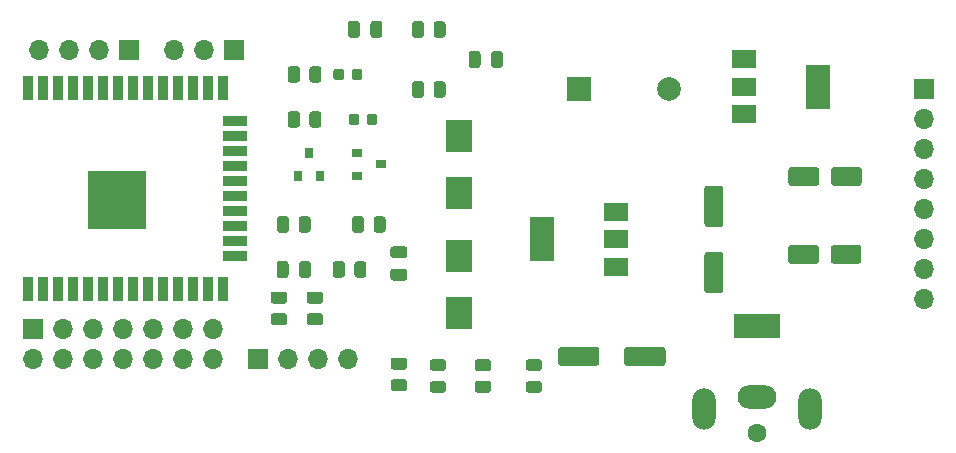
<source format=gbr>
%TF.GenerationSoftware,KiCad,Pcbnew,(5.1.9)-1*%
%TF.CreationDate,2021-07-08T11:56:06-05:00*%
%TF.ProjectId,prueba,70727565-6261-42e6-9b69-6361645f7063,rev?*%
%TF.SameCoordinates,Original*%
%TF.FileFunction,Soldermask,Top*%
%TF.FilePolarity,Negative*%
%FSLAX46Y46*%
G04 Gerber Fmt 4.6, Leading zero omitted, Abs format (unit mm)*
G04 Created by KiCad (PCBNEW (5.1.9)-1) date 2021-07-08 11:56:06*
%MOMM*%
%LPD*%
G01*
G04 APERTURE LIST*
%ADD10R,2.000000X2.000000*%
%ADD11C,2.000000*%
%ADD12O,1.700000X1.700000*%
%ADD13R,1.700000X1.700000*%
%ADD14C,1.600000*%
%ADD15O,2.000000X3.500000*%
%ADD16O,3.300000X2.000000*%
%ADD17R,4.000000X2.000000*%
%ADD18R,2.000000X3.800000*%
%ADD19R,2.000000X1.500000*%
%ADD20R,5.000000X5.000000*%
%ADD21R,0.900000X2.000000*%
%ADD22R,2.000000X0.900000*%
%ADD23R,2.200000X2.800000*%
%ADD24R,0.900000X0.800000*%
%ADD25R,0.800000X0.900000*%
G04 APERTURE END LIST*
D10*
%TO.C,BZ1*%
X88900000Y-92710000D03*
D11*
X96500000Y-92710000D03*
%TD*%
D12*
%TO.C,J3*%
X54610000Y-89408000D03*
X57150000Y-89408000D03*
D13*
X59690000Y-89408000D03*
%TD*%
D12*
%TO.C,J5*%
X43180000Y-89408000D03*
X45720000Y-89408000D03*
X48260000Y-89408000D03*
D13*
X50800000Y-89408000D03*
%TD*%
D12*
%TO.C,J2*%
X69342000Y-115570000D03*
X66802000Y-115570000D03*
X64262000Y-115570000D03*
D13*
X61722000Y-115570000D03*
%TD*%
D12*
%TO.C,J4*%
X57912000Y-115570000D03*
X57912000Y-113030000D03*
X55372000Y-115570000D03*
X55372000Y-113030000D03*
X52832000Y-115570000D03*
X52832000Y-113030000D03*
X50292000Y-115570000D03*
X50292000Y-113030000D03*
X47752000Y-115570000D03*
X47752000Y-113030000D03*
X45212000Y-115570000D03*
X45212000Y-113030000D03*
X42672000Y-115570000D03*
D13*
X42672000Y-113030000D03*
%TD*%
D14*
%TO.C,J6*%
X104013000Y-121776000D03*
D15*
X108513000Y-119776000D03*
X99513000Y-119776000D03*
D16*
X104013000Y-118776000D03*
D17*
X104013000Y-112776000D03*
%TD*%
D18*
%TO.C,U2*%
X109170000Y-92470000D03*
D19*
X102870000Y-92470000D03*
X102870000Y-94770000D03*
X102870000Y-90170000D03*
%TD*%
D20*
%TO.C,U3*%
X49775000Y-102085000D03*
D21*
X42275000Y-109585000D03*
X43545000Y-109585000D03*
X44815000Y-109585000D03*
X46085000Y-109585000D03*
X47355000Y-109585000D03*
X48625000Y-109585000D03*
X49895000Y-109585000D03*
X51165000Y-109585000D03*
X52435000Y-109585000D03*
X53705000Y-109585000D03*
X54975000Y-109585000D03*
X56245000Y-109585000D03*
X57515000Y-109585000D03*
X58785000Y-109585000D03*
D22*
X59785000Y-106800000D03*
X59785000Y-105530000D03*
X59785000Y-104260000D03*
X59785000Y-102990000D03*
X59785000Y-101720000D03*
X59785000Y-100450000D03*
X59785000Y-99180000D03*
X59785000Y-97910000D03*
X59785000Y-96640000D03*
X59785000Y-95370000D03*
D21*
X58785000Y-92585000D03*
X57515000Y-92585000D03*
X56245000Y-92585000D03*
X54975000Y-92585000D03*
X53705000Y-92585000D03*
X52435000Y-92585000D03*
X51165000Y-92585000D03*
X49895000Y-92585000D03*
X48625000Y-92585000D03*
X47355000Y-92585000D03*
X46085000Y-92585000D03*
X44815000Y-92585000D03*
X43545000Y-92585000D03*
X42275000Y-92585000D03*
%TD*%
%TO.C,R7*%
G36*
G01*
X66082500Y-95700002D02*
X66082500Y-94799998D01*
G75*
G02*
X66332498Y-94550000I249998J0D01*
G01*
X66857502Y-94550000D01*
G75*
G02*
X67107500Y-94799998I0J-249998D01*
G01*
X67107500Y-95700002D01*
G75*
G02*
X66857502Y-95950000I-249998J0D01*
G01*
X66332498Y-95950000D01*
G75*
G02*
X66082500Y-95700002I0J249998D01*
G01*
G37*
G36*
G01*
X64257500Y-95700002D02*
X64257500Y-94799998D01*
G75*
G02*
X64507498Y-94550000I249998J0D01*
G01*
X65032502Y-94550000D01*
G75*
G02*
X65282500Y-94799998I0J-249998D01*
G01*
X65282500Y-95700002D01*
G75*
G02*
X65032502Y-95950000I-249998J0D01*
G01*
X64507498Y-95950000D01*
G75*
G02*
X64257500Y-95700002I0J249998D01*
G01*
G37*
%TD*%
%TO.C,R6*%
G36*
G01*
X66082500Y-91890002D02*
X66082500Y-90989998D01*
G75*
G02*
X66332498Y-90740000I249998J0D01*
G01*
X66857502Y-90740000D01*
G75*
G02*
X67107500Y-90989998I0J-249998D01*
G01*
X67107500Y-91890002D01*
G75*
G02*
X66857502Y-92140000I-249998J0D01*
G01*
X66332498Y-92140000D01*
G75*
G02*
X66082500Y-91890002I0J249998D01*
G01*
G37*
G36*
G01*
X64257500Y-91890002D02*
X64257500Y-90989998D01*
G75*
G02*
X64507498Y-90740000I249998J0D01*
G01*
X65032502Y-90740000D01*
G75*
G02*
X65282500Y-90989998I0J-249998D01*
G01*
X65282500Y-91890002D01*
G75*
G02*
X65032502Y-92140000I-249998J0D01*
G01*
X64507498Y-92140000D01*
G75*
G02*
X64257500Y-91890002I0J249998D01*
G01*
G37*
%TD*%
%TO.C,R2*%
G36*
G01*
X65170000Y-104590002D02*
X65170000Y-103689998D01*
G75*
G02*
X65419998Y-103440000I249998J0D01*
G01*
X65945002Y-103440000D01*
G75*
G02*
X66195000Y-103689998I0J-249998D01*
G01*
X66195000Y-104590002D01*
G75*
G02*
X65945002Y-104840000I-249998J0D01*
G01*
X65419998Y-104840000D01*
G75*
G02*
X65170000Y-104590002I0J249998D01*
G01*
G37*
G36*
G01*
X63345000Y-104590002D02*
X63345000Y-103689998D01*
G75*
G02*
X63594998Y-103440000I249998J0D01*
G01*
X64120002Y-103440000D01*
G75*
G02*
X64370000Y-103689998I0J-249998D01*
G01*
X64370000Y-104590002D01*
G75*
G02*
X64120002Y-104840000I-249998J0D01*
G01*
X63594998Y-104840000D01*
G75*
G02*
X63345000Y-104590002I0J249998D01*
G01*
G37*
%TD*%
D12*
%TO.C,J1*%
X118110000Y-110490000D03*
X118110000Y-107950000D03*
X118110000Y-105410000D03*
X118110000Y-102870000D03*
X118110000Y-100330000D03*
X118110000Y-97790000D03*
X118110000Y-95250000D03*
D13*
X118110000Y-92710000D03*
%TD*%
%TO.C,Led2*%
G36*
G01*
X85546250Y-118392000D02*
X84633750Y-118392000D01*
G75*
G02*
X84390000Y-118148250I0J243750D01*
G01*
X84390000Y-117660750D01*
G75*
G02*
X84633750Y-117417000I243750J0D01*
G01*
X85546250Y-117417000D01*
G75*
G02*
X85790000Y-117660750I0J-243750D01*
G01*
X85790000Y-118148250D01*
G75*
G02*
X85546250Y-118392000I-243750J0D01*
G01*
G37*
G36*
G01*
X85546250Y-116517000D02*
X84633750Y-116517000D01*
G75*
G02*
X84390000Y-116273250I0J243750D01*
G01*
X84390000Y-115785750D01*
G75*
G02*
X84633750Y-115542000I243750J0D01*
G01*
X85546250Y-115542000D01*
G75*
G02*
X85790000Y-115785750I0J-243750D01*
G01*
X85790000Y-116273250D01*
G75*
G02*
X85546250Y-116517000I-243750J0D01*
G01*
G37*
%TD*%
%TO.C,C1*%
G36*
G01*
X72250000Y-87155000D02*
X72250000Y-88105000D01*
G75*
G02*
X72000000Y-88355000I-250000J0D01*
G01*
X71500000Y-88355000D01*
G75*
G02*
X71250000Y-88105000I0J250000D01*
G01*
X71250000Y-87155000D01*
G75*
G02*
X71500000Y-86905000I250000J0D01*
G01*
X72000000Y-86905000D01*
G75*
G02*
X72250000Y-87155000I0J-250000D01*
G01*
G37*
G36*
G01*
X70350000Y-87155000D02*
X70350000Y-88105000D01*
G75*
G02*
X70100000Y-88355000I-250000J0D01*
G01*
X69600000Y-88355000D01*
G75*
G02*
X69350000Y-88105000I0J250000D01*
G01*
X69350000Y-87155000D01*
G75*
G02*
X69600000Y-86905000I250000J0D01*
G01*
X70100000Y-86905000D01*
G75*
G02*
X70350000Y-87155000I0J-250000D01*
G01*
G37*
%TD*%
%TO.C,C2*%
G36*
G01*
X70567000Y-91190000D02*
X70567000Y-91690000D01*
G75*
G02*
X70342000Y-91915000I-225000J0D01*
G01*
X69892000Y-91915000D01*
G75*
G02*
X69667000Y-91690000I0J225000D01*
G01*
X69667000Y-91190000D01*
G75*
G02*
X69892000Y-90965000I225000J0D01*
G01*
X70342000Y-90965000D01*
G75*
G02*
X70567000Y-91190000I0J-225000D01*
G01*
G37*
G36*
G01*
X69017000Y-91190000D02*
X69017000Y-91690000D01*
G75*
G02*
X68792000Y-91915000I-225000J0D01*
G01*
X68342000Y-91915000D01*
G75*
G02*
X68117000Y-91690000I0J225000D01*
G01*
X68117000Y-91190000D01*
G75*
G02*
X68342000Y-90965000I225000J0D01*
G01*
X68792000Y-90965000D01*
G75*
G02*
X69017000Y-91190000I0J-225000D01*
G01*
G37*
%TD*%
%TO.C,C3*%
G36*
G01*
X65220000Y-108425000D02*
X65220000Y-107475000D01*
G75*
G02*
X65470000Y-107225000I250000J0D01*
G01*
X65970000Y-107225000D01*
G75*
G02*
X66220000Y-107475000I0J-250000D01*
G01*
X66220000Y-108425000D01*
G75*
G02*
X65970000Y-108675000I-250000J0D01*
G01*
X65470000Y-108675000D01*
G75*
G02*
X65220000Y-108425000I0J250000D01*
G01*
G37*
G36*
G01*
X63320000Y-108425000D02*
X63320000Y-107475000D01*
G75*
G02*
X63570000Y-107225000I250000J0D01*
G01*
X64070000Y-107225000D01*
G75*
G02*
X64320000Y-107475000I0J-250000D01*
G01*
X64320000Y-108425000D01*
G75*
G02*
X64070000Y-108675000I-250000J0D01*
G01*
X63570000Y-108675000D01*
G75*
G02*
X63320000Y-108425000I0J250000D01*
G01*
G37*
%TD*%
%TO.C,C4*%
G36*
G01*
X73185000Y-105992000D02*
X74135000Y-105992000D01*
G75*
G02*
X74385000Y-106242000I0J-250000D01*
G01*
X74385000Y-106742000D01*
G75*
G02*
X74135000Y-106992000I-250000J0D01*
G01*
X73185000Y-106992000D01*
G75*
G02*
X72935000Y-106742000I0J250000D01*
G01*
X72935000Y-106242000D01*
G75*
G02*
X73185000Y-105992000I250000J0D01*
G01*
G37*
G36*
G01*
X73185000Y-107892000D02*
X74135000Y-107892000D01*
G75*
G02*
X74385000Y-108142000I0J-250000D01*
G01*
X74385000Y-108642000D01*
G75*
G02*
X74135000Y-108892000I-250000J0D01*
G01*
X73185000Y-108892000D01*
G75*
G02*
X72935000Y-108642000I0J250000D01*
G01*
X72935000Y-108142000D01*
G75*
G02*
X73185000Y-107892000I250000J0D01*
G01*
G37*
%TD*%
%TO.C,C5*%
G36*
G01*
X70300000Y-95000000D02*
X70300000Y-95500000D01*
G75*
G02*
X70075000Y-95725000I-225000J0D01*
G01*
X69625000Y-95725000D01*
G75*
G02*
X69400000Y-95500000I0J225000D01*
G01*
X69400000Y-95000000D01*
G75*
G02*
X69625000Y-94775000I225000J0D01*
G01*
X70075000Y-94775000D01*
G75*
G02*
X70300000Y-95000000I0J-225000D01*
G01*
G37*
G36*
G01*
X71850000Y-95000000D02*
X71850000Y-95500000D01*
G75*
G02*
X71625000Y-95725000I-225000J0D01*
G01*
X71175000Y-95725000D01*
G75*
G02*
X70950000Y-95500000I0J225000D01*
G01*
X70950000Y-95000000D01*
G75*
G02*
X71175000Y-94775000I225000J0D01*
G01*
X71625000Y-94775000D01*
G75*
G02*
X71850000Y-95000000I0J-225000D01*
G01*
G37*
%TD*%
%TO.C,C6*%
G36*
G01*
X80576000Y-89695000D02*
X80576000Y-90645000D01*
G75*
G02*
X80326000Y-90895000I-250000J0D01*
G01*
X79826000Y-90895000D01*
G75*
G02*
X79576000Y-90645000I0J250000D01*
G01*
X79576000Y-89695000D01*
G75*
G02*
X79826000Y-89445000I250000J0D01*
G01*
X80326000Y-89445000D01*
G75*
G02*
X80576000Y-89695000I0J-250000D01*
G01*
G37*
G36*
G01*
X82476000Y-89695000D02*
X82476000Y-90645000D01*
G75*
G02*
X82226000Y-90895000I-250000J0D01*
G01*
X81726000Y-90895000D01*
G75*
G02*
X81476000Y-90645000I0J250000D01*
G01*
X81476000Y-89695000D01*
G75*
G02*
X81726000Y-89445000I250000J0D01*
G01*
X82226000Y-89445000D01*
G75*
G02*
X82476000Y-89695000I0J-250000D01*
G01*
G37*
%TD*%
%TO.C,Cin1*%
G36*
G01*
X110250000Y-100626000D02*
X110250000Y-99526000D01*
G75*
G02*
X110500000Y-99276000I250000J0D01*
G01*
X112600000Y-99276000D01*
G75*
G02*
X112850000Y-99526000I0J-250000D01*
G01*
X112850000Y-100626000D01*
G75*
G02*
X112600000Y-100876000I-250000J0D01*
G01*
X110500000Y-100876000D01*
G75*
G02*
X110250000Y-100626000I0J250000D01*
G01*
G37*
G36*
G01*
X106650000Y-100626000D02*
X106650000Y-99526000D01*
G75*
G02*
X106900000Y-99276000I250000J0D01*
G01*
X109000000Y-99276000D01*
G75*
G02*
X109250000Y-99526000I0J-250000D01*
G01*
X109250000Y-100626000D01*
G75*
G02*
X109000000Y-100876000I-250000J0D01*
G01*
X106900000Y-100876000D01*
G75*
G02*
X106650000Y-100626000I0J250000D01*
G01*
G37*
%TD*%
%TO.C,Cin2*%
G36*
G01*
X106628000Y-107230000D02*
X106628000Y-106130000D01*
G75*
G02*
X106878000Y-105880000I250000J0D01*
G01*
X108978000Y-105880000D01*
G75*
G02*
X109228000Y-106130000I0J-250000D01*
G01*
X109228000Y-107230000D01*
G75*
G02*
X108978000Y-107480000I-250000J0D01*
G01*
X106878000Y-107480000D01*
G75*
G02*
X106628000Y-107230000I0J250000D01*
G01*
G37*
G36*
G01*
X110228000Y-107230000D02*
X110228000Y-106130000D01*
G75*
G02*
X110478000Y-105880000I250000J0D01*
G01*
X112578000Y-105880000D01*
G75*
G02*
X112828000Y-106130000I0J-250000D01*
G01*
X112828000Y-107230000D01*
G75*
G02*
X112578000Y-107480000I-250000J0D01*
G01*
X110478000Y-107480000D01*
G75*
G02*
X110228000Y-107230000I0J250000D01*
G01*
G37*
%TD*%
%TO.C,Cout1*%
G36*
G01*
X99780000Y-106460000D02*
X100880000Y-106460000D01*
G75*
G02*
X101130000Y-106710000I0J-250000D01*
G01*
X101130000Y-109710000D01*
G75*
G02*
X100880000Y-109960000I-250000J0D01*
G01*
X99780000Y-109960000D01*
G75*
G02*
X99530000Y-109710000I0J250000D01*
G01*
X99530000Y-106710000D01*
G75*
G02*
X99780000Y-106460000I250000J0D01*
G01*
G37*
G36*
G01*
X99780000Y-100860000D02*
X100880000Y-100860000D01*
G75*
G02*
X101130000Y-101110000I0J-250000D01*
G01*
X101130000Y-104110000D01*
G75*
G02*
X100880000Y-104360000I-250000J0D01*
G01*
X99780000Y-104360000D01*
G75*
G02*
X99530000Y-104110000I0J250000D01*
G01*
X99530000Y-101110000D01*
G75*
G02*
X99780000Y-100860000I250000J0D01*
G01*
G37*
%TD*%
%TO.C,Cout2*%
G36*
G01*
X96244000Y-114766000D02*
X96244000Y-115866000D01*
G75*
G02*
X95994000Y-116116000I-250000J0D01*
G01*
X92994000Y-116116000D01*
G75*
G02*
X92744000Y-115866000I0J250000D01*
G01*
X92744000Y-114766000D01*
G75*
G02*
X92994000Y-114516000I250000J0D01*
G01*
X95994000Y-114516000D01*
G75*
G02*
X96244000Y-114766000I0J-250000D01*
G01*
G37*
G36*
G01*
X90644000Y-114766000D02*
X90644000Y-115866000D01*
G75*
G02*
X90394000Y-116116000I-250000J0D01*
G01*
X87394000Y-116116000D01*
G75*
G02*
X87144000Y-115866000I0J250000D01*
G01*
X87144000Y-114766000D01*
G75*
G02*
X87394000Y-114516000I250000J0D01*
G01*
X90394000Y-114516000D01*
G75*
G02*
X90644000Y-114766000I0J-250000D01*
G01*
G37*
%TD*%
D23*
%TO.C,ENesp1*%
X78740000Y-106820000D03*
X78740000Y-111620000D03*
%TD*%
%TO.C,Led1*%
G36*
G01*
X76505750Y-117417000D02*
X77418250Y-117417000D01*
G75*
G02*
X77662000Y-117660750I0J-243750D01*
G01*
X77662000Y-118148250D01*
G75*
G02*
X77418250Y-118392000I-243750J0D01*
G01*
X76505750Y-118392000D01*
G75*
G02*
X76262000Y-118148250I0J243750D01*
G01*
X76262000Y-117660750D01*
G75*
G02*
X76505750Y-117417000I243750J0D01*
G01*
G37*
G36*
G01*
X76505750Y-115542000D02*
X77418250Y-115542000D01*
G75*
G02*
X77662000Y-115785750I0J-243750D01*
G01*
X77662000Y-116273250D01*
G75*
G02*
X77418250Y-116517000I-243750J0D01*
G01*
X76505750Y-116517000D01*
G75*
G02*
X76262000Y-116273250I0J243750D01*
G01*
X76262000Y-115785750D01*
G75*
G02*
X76505750Y-115542000I243750J0D01*
G01*
G37*
%TD*%
D24*
%TO.C,Q1*%
X72120000Y-99060000D03*
X70120000Y-100010000D03*
X70120000Y-98110000D03*
%TD*%
D25*
%TO.C,Q2*%
X65090000Y-100060000D03*
X66990000Y-100060000D03*
X66040000Y-98060000D03*
%TD*%
%TO.C,R1*%
G36*
G01*
X69892500Y-108400002D02*
X69892500Y-107499998D01*
G75*
G02*
X70142498Y-107250000I249998J0D01*
G01*
X70667502Y-107250000D01*
G75*
G02*
X70917500Y-107499998I0J-249998D01*
G01*
X70917500Y-108400002D01*
G75*
G02*
X70667502Y-108650000I-249998J0D01*
G01*
X70142498Y-108650000D01*
G75*
G02*
X69892500Y-108400002I0J249998D01*
G01*
G37*
G36*
G01*
X68067500Y-108400002D02*
X68067500Y-107499998D01*
G75*
G02*
X68317498Y-107250000I249998J0D01*
G01*
X68842502Y-107250000D01*
G75*
G02*
X69092500Y-107499998I0J-249998D01*
G01*
X69092500Y-108400002D01*
G75*
G02*
X68842502Y-108650000I-249998J0D01*
G01*
X68317498Y-108650000D01*
G75*
G02*
X68067500Y-108400002I0J249998D01*
G01*
G37*
%TD*%
%TO.C,R3*%
G36*
G01*
X75800000Y-87179998D02*
X75800000Y-88080002D01*
G75*
G02*
X75550002Y-88330000I-249998J0D01*
G01*
X75024998Y-88330000D01*
G75*
G02*
X74775000Y-88080002I0J249998D01*
G01*
X74775000Y-87179998D01*
G75*
G02*
X75024998Y-86930000I249998J0D01*
G01*
X75550002Y-86930000D01*
G75*
G02*
X75800000Y-87179998I0J-249998D01*
G01*
G37*
G36*
G01*
X77625000Y-87179998D02*
X77625000Y-88080002D01*
G75*
G02*
X77375002Y-88330000I-249998J0D01*
G01*
X76849998Y-88330000D01*
G75*
G02*
X76600000Y-88080002I0J249998D01*
G01*
X76600000Y-87179998D01*
G75*
G02*
X76849998Y-86930000I249998J0D01*
G01*
X77375002Y-86930000D01*
G75*
G02*
X77625000Y-87179998I0J-249998D01*
G01*
G37*
%TD*%
%TO.C,R4*%
G36*
G01*
X74775000Y-93160002D02*
X74775000Y-92259998D01*
G75*
G02*
X75024998Y-92010000I249998J0D01*
G01*
X75550002Y-92010000D01*
G75*
G02*
X75800000Y-92259998I0J-249998D01*
G01*
X75800000Y-93160002D01*
G75*
G02*
X75550002Y-93410000I-249998J0D01*
G01*
X75024998Y-93410000D01*
G75*
G02*
X74775000Y-93160002I0J249998D01*
G01*
G37*
G36*
G01*
X76600000Y-93160002D02*
X76600000Y-92259998D01*
G75*
G02*
X76849998Y-92010000I249998J0D01*
G01*
X77375002Y-92010000D01*
G75*
G02*
X77625000Y-92259998I0J-249998D01*
G01*
X77625000Y-93160002D01*
G75*
G02*
X77375002Y-93410000I-249998J0D01*
G01*
X76849998Y-93410000D01*
G75*
G02*
X76600000Y-93160002I0J249998D01*
G01*
G37*
%TD*%
%TO.C,R5*%
G36*
G01*
X69695000Y-104590002D02*
X69695000Y-103689998D01*
G75*
G02*
X69944998Y-103440000I249998J0D01*
G01*
X70470002Y-103440000D01*
G75*
G02*
X70720000Y-103689998I0J-249998D01*
G01*
X70720000Y-104590002D01*
G75*
G02*
X70470002Y-104840000I-249998J0D01*
G01*
X69944998Y-104840000D01*
G75*
G02*
X69695000Y-104590002I0J249998D01*
G01*
G37*
G36*
G01*
X71520000Y-104590002D02*
X71520000Y-103689998D01*
G75*
G02*
X71769998Y-103440000I249998J0D01*
G01*
X72295002Y-103440000D01*
G75*
G02*
X72545000Y-103689998I0J-249998D01*
G01*
X72545000Y-104590002D01*
G75*
G02*
X72295002Y-104840000I-249998J0D01*
G01*
X71769998Y-104840000D01*
G75*
G02*
X71520000Y-104590002I0J249998D01*
G01*
G37*
%TD*%
%TO.C,R8*%
G36*
G01*
X80321998Y-117367000D02*
X81222002Y-117367000D01*
G75*
G02*
X81472000Y-117616998I0J-249998D01*
G01*
X81472000Y-118142002D01*
G75*
G02*
X81222002Y-118392000I-249998J0D01*
G01*
X80321998Y-118392000D01*
G75*
G02*
X80072000Y-118142002I0J249998D01*
G01*
X80072000Y-117616998D01*
G75*
G02*
X80321998Y-117367000I249998J0D01*
G01*
G37*
G36*
G01*
X80321998Y-115542000D02*
X81222002Y-115542000D01*
G75*
G02*
X81472000Y-115791998I0J-249998D01*
G01*
X81472000Y-116317002D01*
G75*
G02*
X81222002Y-116567000I-249998J0D01*
G01*
X80321998Y-116567000D01*
G75*
G02*
X80072000Y-116317002I0J249998D01*
G01*
X80072000Y-115791998D01*
G75*
G02*
X80321998Y-115542000I249998J0D01*
G01*
G37*
%TD*%
%TO.C,R9*%
G36*
G01*
X74110002Y-118265000D02*
X73209998Y-118265000D01*
G75*
G02*
X72960000Y-118015002I0J249998D01*
G01*
X72960000Y-117489998D01*
G75*
G02*
X73209998Y-117240000I249998J0D01*
G01*
X74110002Y-117240000D01*
G75*
G02*
X74360000Y-117489998I0J-249998D01*
G01*
X74360000Y-118015002D01*
G75*
G02*
X74110002Y-118265000I-249998J0D01*
G01*
G37*
G36*
G01*
X74110002Y-116440000D02*
X73209998Y-116440000D01*
G75*
G02*
X72960000Y-116190002I0J249998D01*
G01*
X72960000Y-115664998D01*
G75*
G02*
X73209998Y-115415000I249998J0D01*
G01*
X74110002Y-115415000D01*
G75*
G02*
X74360000Y-115664998I0J-249998D01*
G01*
X74360000Y-116190002D01*
G75*
G02*
X74110002Y-116440000I-249998J0D01*
G01*
G37*
%TD*%
%TO.C,R10*%
G36*
G01*
X63049998Y-109827000D02*
X63950002Y-109827000D01*
G75*
G02*
X64200000Y-110076998I0J-249998D01*
G01*
X64200000Y-110602002D01*
G75*
G02*
X63950002Y-110852000I-249998J0D01*
G01*
X63049998Y-110852000D01*
G75*
G02*
X62800000Y-110602002I0J249998D01*
G01*
X62800000Y-110076998D01*
G75*
G02*
X63049998Y-109827000I249998J0D01*
G01*
G37*
G36*
G01*
X63049998Y-111652000D02*
X63950002Y-111652000D01*
G75*
G02*
X64200000Y-111901998I0J-249998D01*
G01*
X64200000Y-112427002D01*
G75*
G02*
X63950002Y-112677000I-249998J0D01*
G01*
X63049998Y-112677000D01*
G75*
G02*
X62800000Y-112427002I0J249998D01*
G01*
X62800000Y-111901998D01*
G75*
G02*
X63049998Y-111652000I249998J0D01*
G01*
G37*
%TD*%
%TO.C,R11*%
G36*
G01*
X66998002Y-110852000D02*
X66097998Y-110852000D01*
G75*
G02*
X65848000Y-110602002I0J249998D01*
G01*
X65848000Y-110076998D01*
G75*
G02*
X66097998Y-109827000I249998J0D01*
G01*
X66998002Y-109827000D01*
G75*
G02*
X67248000Y-110076998I0J-249998D01*
G01*
X67248000Y-110602002D01*
G75*
G02*
X66998002Y-110852000I-249998J0D01*
G01*
G37*
G36*
G01*
X66998002Y-112677000D02*
X66097998Y-112677000D01*
G75*
G02*
X65848000Y-112427002I0J249998D01*
G01*
X65848000Y-111901998D01*
G75*
G02*
X66097998Y-111652000I249998J0D01*
G01*
X66998002Y-111652000D01*
G75*
G02*
X67248000Y-111901998I0J-249998D01*
G01*
X67248000Y-112427002D01*
G75*
G02*
X66998002Y-112677000I-249998J0D01*
G01*
G37*
%TD*%
D23*
%TO.C,SWBOOTesp1*%
X78740000Y-101460000D03*
X78740000Y-96660000D03*
%TD*%
D19*
%TO.C,U1*%
X92050000Y-107710000D03*
X92050000Y-103110000D03*
X92050000Y-105410000D03*
D18*
X85750000Y-105410000D03*
%TD*%
M02*

</source>
